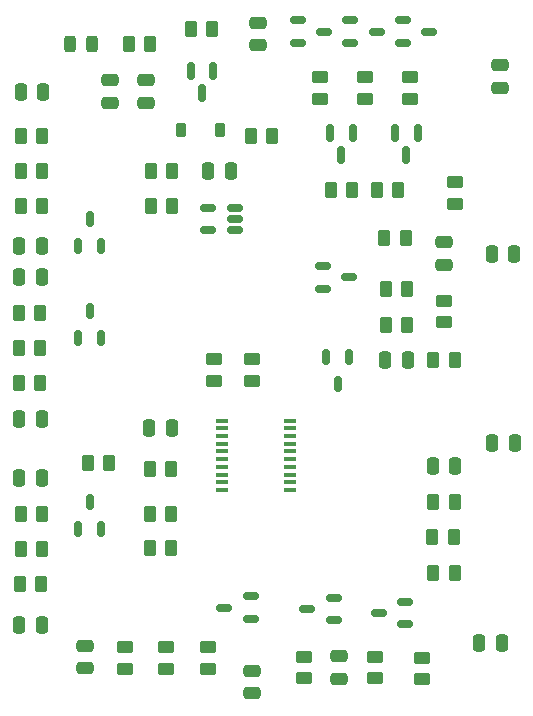
<source format=gbr>
%TF.GenerationSoftware,KiCad,Pcbnew,7.0.5*%
%TF.CreationDate,2023-09-16T15:28:57-07:00*%
%TF.ProjectId,PCF8574DIOI2C,50434638-3537-4344-9449-4f4932432e6b,rev?*%
%TF.SameCoordinates,Original*%
%TF.FileFunction,Paste,Top*%
%TF.FilePolarity,Positive*%
%FSLAX46Y46*%
G04 Gerber Fmt 4.6, Leading zero omitted, Abs format (unit mm)*
G04 Created by KiCad (PCBNEW 7.0.5) date 2023-09-16 15:28:57*
%MOMM*%
%LPD*%
G01*
G04 APERTURE LIST*
G04 Aperture macros list*
%AMRoundRect*
0 Rectangle with rounded corners*
0 $1 Rounding radius*
0 $2 $3 $4 $5 $6 $7 $8 $9 X,Y pos of 4 corners*
0 Add a 4 corners polygon primitive as box body*
4,1,4,$2,$3,$4,$5,$6,$7,$8,$9,$2,$3,0*
0 Add four circle primitives for the rounded corners*
1,1,$1+$1,$2,$3*
1,1,$1+$1,$4,$5*
1,1,$1+$1,$6,$7*
1,1,$1+$1,$8,$9*
0 Add four rect primitives between the rounded corners*
20,1,$1+$1,$2,$3,$4,$5,0*
20,1,$1+$1,$4,$5,$6,$7,0*
20,1,$1+$1,$6,$7,$8,$9,0*
20,1,$1+$1,$8,$9,$2,$3,0*%
G04 Aperture macros list end*
%ADD10RoundRect,0.250000X0.450000X-0.262500X0.450000X0.262500X-0.450000X0.262500X-0.450000X-0.262500X0*%
%ADD11RoundRect,0.150000X-0.512500X-0.150000X0.512500X-0.150000X0.512500X0.150000X-0.512500X0.150000X0*%
%ADD12RoundRect,0.250000X-0.262500X-0.450000X0.262500X-0.450000X0.262500X0.450000X-0.262500X0.450000X0*%
%ADD13RoundRect,0.250000X-0.475000X0.250000X-0.475000X-0.250000X0.475000X-0.250000X0.475000X0.250000X0*%
%ADD14RoundRect,0.150000X0.150000X-0.512500X0.150000X0.512500X-0.150000X0.512500X-0.150000X-0.512500X0*%
%ADD15RoundRect,0.250000X0.250000X0.475000X-0.250000X0.475000X-0.250000X-0.475000X0.250000X-0.475000X0*%
%ADD16RoundRect,0.250000X0.262500X0.450000X-0.262500X0.450000X-0.262500X-0.450000X0.262500X-0.450000X0*%
%ADD17RoundRect,0.250000X-0.450000X0.262500X-0.450000X-0.262500X0.450000X-0.262500X0.450000X0.262500X0*%
%ADD18RoundRect,0.225000X-0.225000X-0.375000X0.225000X-0.375000X0.225000X0.375000X-0.225000X0.375000X0*%
%ADD19RoundRect,0.250000X-0.250000X-0.475000X0.250000X-0.475000X0.250000X0.475000X-0.250000X0.475000X0*%
%ADD20RoundRect,0.250000X0.475000X-0.250000X0.475000X0.250000X-0.475000X0.250000X-0.475000X-0.250000X0*%
%ADD21RoundRect,0.150000X0.512500X0.150000X-0.512500X0.150000X-0.512500X-0.150000X0.512500X-0.150000X0*%
%ADD22RoundRect,0.243750X-0.243750X-0.456250X0.243750X-0.456250X0.243750X0.456250X-0.243750X0.456250X0*%
%ADD23RoundRect,0.150000X-0.150000X0.512500X-0.150000X-0.512500X0.150000X-0.512500X0.150000X0.512500X0*%
%ADD24RoundRect,0.150000X-0.150000X0.587500X-0.150000X-0.587500X0.150000X-0.587500X0.150000X0.587500X0*%
%ADD25R,1.000000X0.400000*%
G04 APERTURE END LIST*
D10*
%TO.C,R19*%
X154000000Y-80825000D03*
X154000000Y-79000000D03*
%TD*%
D11*
%TO.C,D17*%
X146050000Y-55250000D03*
X146050000Y-57150000D03*
X148325000Y-56200000D03*
%TD*%
D12*
%TO.C,R22*%
X118175000Y-100000000D03*
X120000000Y-100000000D03*
%TD*%
D13*
%TO.C,C8*%
X125730000Y-60330000D03*
X125730000Y-62230000D03*
%TD*%
D11*
%TO.C,D2*%
X150500000Y-55250000D03*
X150500000Y-57150000D03*
X152775000Y-56200000D03*
%TD*%
D14*
%TO.C,D25*%
X123050000Y-82137500D03*
X124950000Y-82137500D03*
X124000000Y-79862500D03*
%TD*%
D12*
%TO.C,R16*%
X149087500Y-81000000D03*
X150912500Y-81000000D03*
%TD*%
D15*
%TO.C,C20*%
X150950000Y-84000000D03*
X149050000Y-84000000D03*
%TD*%
D16*
%TO.C,R18*%
X150912500Y-78000000D03*
X149087500Y-78000000D03*
%TD*%
%TO.C,R32*%
X120000000Y-70950000D03*
X118175000Y-70950000D03*
%TD*%
D17*
%TO.C,R10*%
X134000000Y-108337500D03*
X134000000Y-110162500D03*
%TD*%
D18*
%TO.C,D3*%
X131750000Y-64500000D03*
X135050000Y-64500000D03*
%TD*%
D19*
%TO.C,C23*%
X118050000Y-106440000D03*
X119950000Y-106440000D03*
%TD*%
D12*
%TO.C,R40*%
X144397500Y-69645000D03*
X146222500Y-69645000D03*
%TD*%
D15*
%TO.C,C6*%
X119950000Y-94000000D03*
X118050000Y-94000000D03*
%TD*%
D19*
%TO.C,C19*%
X134050000Y-68000000D03*
X135950000Y-68000000D03*
%TD*%
D20*
%TO.C,C39*%
X158750000Y-60950000D03*
X158750000Y-59050000D03*
%TD*%
D12*
%TO.C,R25*%
X118175000Y-68000000D03*
X120000000Y-68000000D03*
%TD*%
D16*
%TO.C,R8*%
X154912500Y-102000000D03*
X153087500Y-102000000D03*
%TD*%
%TO.C,R3*%
X130912500Y-93250000D03*
X129087500Y-93250000D03*
%TD*%
D19*
%TO.C,C2*%
X158050000Y-75000000D03*
X159950000Y-75000000D03*
%TD*%
D17*
%TO.C,R42*%
X143510000Y-60047500D03*
X143510000Y-61872500D03*
%TD*%
D21*
%TO.C,D4*%
X137668000Y-105918000D03*
X137668000Y-104018000D03*
X135393000Y-104968000D03*
%TD*%
%TO.C,U6*%
X136275000Y-73000000D03*
X136275000Y-72050000D03*
X136275000Y-71100000D03*
X134000000Y-71100000D03*
X134000000Y-73000000D03*
%TD*%
D12*
%TO.C,R12*%
X118175000Y-65050000D03*
X120000000Y-65050000D03*
%TD*%
D13*
%TO.C,C4*%
X123619000Y-108189000D03*
X123619000Y-110089000D03*
%TD*%
D10*
%TO.C,R7*%
X127000000Y-110162500D03*
X127000000Y-108337500D03*
%TD*%
D14*
%TO.C,D29*%
X123050000Y-74350000D03*
X124950000Y-74350000D03*
X124000000Y-72075000D03*
%TD*%
D17*
%TO.C,R29*%
X154940000Y-68937500D03*
X154940000Y-70762500D03*
%TD*%
D15*
%TO.C,C7*%
X119950000Y-77000000D03*
X118050000Y-77000000D03*
%TD*%
D16*
%TO.C,R6*%
X130912500Y-99950000D03*
X129087500Y-99950000D03*
%TD*%
D12*
%TO.C,R9*%
X118175000Y-97000000D03*
X120000000Y-97000000D03*
%TD*%
D16*
%TO.C,R28*%
X119825000Y-85950000D03*
X118000000Y-85950000D03*
%TD*%
%TO.C,R27*%
X154912500Y-84000000D03*
X153087500Y-84000000D03*
%TD*%
%TO.C,R21*%
X154825000Y-99000000D03*
X153000000Y-99000000D03*
%TD*%
D17*
%TO.C,R1*%
X137750000Y-83925000D03*
X137750000Y-85750000D03*
%TD*%
D10*
%TO.C,R20*%
X130500000Y-110162500D03*
X130500000Y-108337500D03*
%TD*%
D19*
%TO.C,C27*%
X118050000Y-89000000D03*
X119950000Y-89000000D03*
%TD*%
D13*
%TO.C,C9*%
X137750000Y-110300000D03*
X137750000Y-112200000D03*
%TD*%
D19*
%TO.C,C5*%
X153050000Y-93000000D03*
X154950000Y-93000000D03*
%TD*%
D12*
%TO.C,R11*%
X118000000Y-80050000D03*
X119825000Y-80050000D03*
%TD*%
D17*
%TO.C,R41*%
X147320000Y-60047500D03*
X147320000Y-61872500D03*
%TD*%
D15*
%TO.C,C1*%
X130950000Y-89750000D03*
X129050000Y-89750000D03*
%TD*%
D16*
%TO.C,R4*%
X125662500Y-92750000D03*
X123837500Y-92750000D03*
%TD*%
D12*
%TO.C,R58*%
X129175000Y-70950000D03*
X131000000Y-70950000D03*
%TD*%
D17*
%TO.C,R36*%
X152146000Y-109196500D03*
X152146000Y-111021500D03*
%TD*%
D22*
%TO.C,D5*%
X122302500Y-57230000D03*
X124177500Y-57230000D03*
%TD*%
D21*
%TO.C,D11*%
X150738000Y-106360000D03*
X150738000Y-104460000D03*
X148463000Y-105410000D03*
%TD*%
D12*
%TO.C,R23*%
X118000000Y-83000000D03*
X119825000Y-83000000D03*
%TD*%
D11*
%TO.C,D18*%
X141600000Y-55250000D03*
X141600000Y-57150000D03*
X143875000Y-56200000D03*
%TD*%
D13*
%TO.C,C21*%
X154000000Y-74050000D03*
X154000000Y-75950000D03*
%TD*%
D15*
%TO.C,C13*%
X160000000Y-91000000D03*
X158100000Y-91000000D03*
%TD*%
D21*
%TO.C,D33*%
X144653000Y-106045000D03*
X144653000Y-104145000D03*
X142378000Y-105095000D03*
%TD*%
D16*
%TO.C,R44*%
X134375000Y-56000000D03*
X132550000Y-56000000D03*
%TD*%
%TO.C,R39*%
X150135000Y-69645000D03*
X148310000Y-69645000D03*
%TD*%
%TO.C,R50*%
X150772500Y-73660000D03*
X148947500Y-73660000D03*
%TD*%
D23*
%TO.C,D1*%
X145950000Y-83725000D03*
X144050000Y-83725000D03*
X145000000Y-86000000D03*
%TD*%
D24*
%TO.C,Q5*%
X134450000Y-59500000D03*
X132550000Y-59500000D03*
X133500000Y-61375000D03*
%TD*%
D13*
%TO.C,C11*%
X145146000Y-109071500D03*
X145146000Y-110971500D03*
%TD*%
D24*
%TO.C,Q1*%
X151760000Y-64770000D03*
X149860000Y-64770000D03*
X150810000Y-66645000D03*
%TD*%
D10*
%TO.C,R26*%
X148146000Y-110934000D03*
X148146000Y-109109000D03*
%TD*%
D14*
%TO.C,D15*%
X123050000Y-98275000D03*
X124950000Y-98275000D03*
X124000000Y-96000000D03*
%TD*%
D16*
%TO.C,R24*%
X119912500Y-103000000D03*
X118087500Y-103000000D03*
%TD*%
D10*
%TO.C,R13*%
X142146000Y-110934000D03*
X142146000Y-109109000D03*
%TD*%
D19*
%TO.C,C31*%
X118050000Y-74350000D03*
X119950000Y-74350000D03*
%TD*%
D13*
%TO.C,C3*%
X128740000Y-60330000D03*
X128740000Y-62230000D03*
%TD*%
%TO.C,C14*%
X138275000Y-55437500D03*
X138275000Y-57337500D03*
%TD*%
D15*
%TO.C,C10*%
X120052500Y-61350000D03*
X118152500Y-61350000D03*
%TD*%
D12*
%TO.C,R14*%
X153087500Y-96000000D03*
X154912500Y-96000000D03*
%TD*%
D17*
%TO.C,R43*%
X151130000Y-60047500D03*
X151130000Y-61872500D03*
%TD*%
D19*
%TO.C,C35*%
X157000000Y-108000000D03*
X158900000Y-108000000D03*
%TD*%
D24*
%TO.C,Q2*%
X146260000Y-64770000D03*
X144360000Y-64770000D03*
X145310000Y-66645000D03*
%TD*%
D16*
%TO.C,R57*%
X131000000Y-68000000D03*
X129175000Y-68000000D03*
%TD*%
D11*
%TO.C,D37*%
X143725000Y-76050000D03*
X143725000Y-77950000D03*
X146000000Y-77000000D03*
%TD*%
D10*
%TO.C,R2*%
X134500000Y-85750000D03*
X134500000Y-83925000D03*
%TD*%
D25*
%TO.C,U1*%
X135200000Y-89150000D03*
X135200000Y-89800000D03*
X135200000Y-90450000D03*
X135200000Y-91100000D03*
X135200000Y-91750000D03*
X135200000Y-92400000D03*
X135200000Y-93050000D03*
X135200000Y-93700000D03*
X135200000Y-94350000D03*
X135200000Y-95000000D03*
X141000000Y-95000000D03*
X141000000Y-94350000D03*
X141000000Y-93700000D03*
X141000000Y-93050000D03*
X141000000Y-92400000D03*
X141000000Y-91750000D03*
X141000000Y-91100000D03*
X141000000Y-90450000D03*
X141000000Y-89800000D03*
X141000000Y-89150000D03*
%TD*%
D12*
%TO.C,R17*%
X127327500Y-57230000D03*
X129152500Y-57230000D03*
%TD*%
%TO.C,R5*%
X129087500Y-97000000D03*
X130912500Y-97000000D03*
%TD*%
D16*
%TO.C,R15*%
X139462500Y-65000000D03*
X137637500Y-65000000D03*
%TD*%
M02*

</source>
